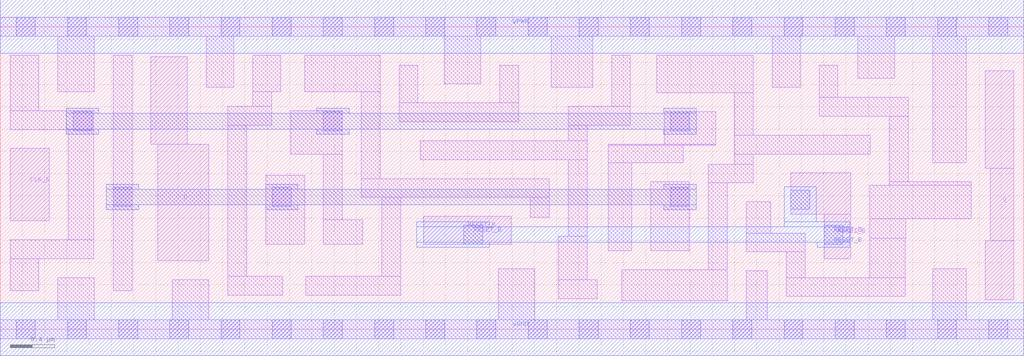
<source format=lef>
# Copyright 2020 The SkyWater PDK Authors
#
# Licensed under the Apache License, Version 2.0 (the "License");
# you may not use this file except in compliance with the License.
# You may obtain a copy of the License at
#
#     https://www.apache.org/licenses/LICENSE-2.0
#
# Unless required by applicable law or agreed to in writing, software
# distributed under the License is distributed on an "AS IS" BASIS,
# WITHOUT WARRANTIES OR CONDITIONS OF ANY KIND, either express or implied.
# See the License for the specific language governing permissions and
# limitations under the License.
#
# SPDX-License-Identifier: Apache-2.0

VERSION 5.7 ;
  NAMESCASESENSITIVE ON ;
  NOWIREEXTENSIONATPIN ON ;
  DIVIDERCHAR "/" ;
  BUSBITCHARS "[]" ;
UNITS
  DATABASE MICRONS 200 ;
END UNITS
MACRO sky130_fd_sc_hd__dfrtn_1
  CLASS CORE ;
  FOREIGN sky130_fd_sc_hd__dfrtn_1 ;
  ORIGIN  0.000000  0.000000 ;
  SIZE  9.200000 BY  2.720000 ;
  SYMMETRY X Y R90 ;
  SITE unithd ;
  PIN D
    ANTENNAGATEAREA  0.126000 ;
    DIRECTION INPUT ;
    USE SIGNAL ;
    PORT
      LAYER li1 ;
        RECT 1.355000 1.665000 1.680000 2.450000 ;
        RECT 1.415000 0.615000 1.875000 1.665000 ;
    END
  END D
  PIN Q
    ANTENNADIFFAREA  0.429000 ;
    DIRECTION OUTPUT ;
    USE SIGNAL ;
    PORT
      LAYER li1 ;
        RECT 8.855000 0.265000 9.110000 0.795000 ;
        RECT 8.855000 1.445000 9.110000 2.325000 ;
        RECT 8.900000 0.795000 9.110000 1.445000 ;
    END
  END Q
  PIN RESET_B
    ANTENNAGATEAREA  0.252000 ;
    DIRECTION INPUT ;
    USE SIGNAL ;
    PORT
      LAYER li1 ;
        RECT 3.805000 0.765000 4.595000 1.015000 ;
      LAYER mcon ;
        RECT 4.165000 0.765000 4.335000 0.935000 ;
    END
    PORT
      LAYER li1 ;
        RECT 7.105000 1.035000 7.645000 1.405000 ;
        RECT 7.405000 0.635000 7.645000 1.035000 ;
      LAYER mcon ;
        RECT 7.105000 1.080000 7.275000 1.250000 ;
        RECT 7.405000 0.765000 7.575000 0.935000 ;
    END
    PORT
      LAYER met1 ;
        RECT 3.745000 0.735000 4.395000 0.780000 ;
        RECT 3.745000 0.780000 7.635000 0.920000 ;
        RECT 3.745000 0.920000 4.395000 0.965000 ;
        RECT 7.045000 0.920000 7.635000 0.965000 ;
        RECT 7.045000 0.965000 7.335000 1.280000 ;
        RECT 7.345000 0.735000 7.635000 0.780000 ;
    END
  END RESET_B
  PIN CLK_N
    ANTENNAGATEAREA  0.159000 ;
    DIRECTION INPUT ;
    USE CLOCK ;
    PORT
      LAYER li1 ;
        RECT 0.090000 0.975000 0.440000 1.625000 ;
    END
  END CLK_N
  PIN VGND
    DIRECTION INOUT ;
    SHAPE ABUTMENT ;
    USE GROUND ;
    PORT
      LAYER met1 ;
        RECT 0.000000 -0.240000 9.200000 0.240000 ;
    END
  END VGND
  PIN VPWR
    DIRECTION INOUT ;
    SHAPE ABUTMENT ;
    USE POWER ;
    PORT
      LAYER met1 ;
        RECT 0.000000 2.480000 9.200000 2.960000 ;
    END
  END VPWR
  OBS
    LAYER li1 ;
      RECT 0.000000 -0.085000 9.200000 0.085000 ;
      RECT 0.000000  2.635000 9.200000 2.805000 ;
      RECT 0.090000  0.345000 0.345000 0.635000 ;
      RECT 0.090000  0.635000 0.840000 0.805000 ;
      RECT 0.090000  1.795000 0.840000 1.965000 ;
      RECT 0.090000  1.965000 0.345000 2.465000 ;
      RECT 0.515000  0.085000 0.845000 0.465000 ;
      RECT 0.515000  2.135000 0.845000 2.635000 ;
      RECT 0.610000  0.805000 0.840000 1.795000 ;
      RECT 1.015000  0.345000 1.185000 2.465000 ;
      RECT 1.545000  0.085000 1.875000 0.445000 ;
      RECT 1.850000  2.175000 2.100000 2.635000 ;
      RECT 2.045000  0.305000 2.540000 0.475000 ;
      RECT 2.045000  0.475000 2.215000 1.835000 ;
      RECT 2.045000  1.835000 2.440000 2.005000 ;
      RECT 2.270000  2.005000 2.440000 2.135000 ;
      RECT 2.270000  2.135000 2.520000 2.465000 ;
      RECT 2.385000  0.765000 2.735000 1.385000 ;
      RECT 2.610000  1.575000 3.075000 1.965000 ;
      RECT 2.735000  2.135000 3.415000 2.465000 ;
      RECT 2.745000  0.305000 3.600000 0.475000 ;
      RECT 2.905000  0.765000 3.260000 0.985000 ;
      RECT 2.905000  0.985000 3.075000 1.575000 ;
      RECT 3.245000  1.185000 4.935000 1.355000 ;
      RECT 3.245000  1.355000 3.415000 2.135000 ;
      RECT 3.430000  0.475000 3.600000 1.185000 ;
      RECT 3.585000  1.865000 4.660000 2.035000 ;
      RECT 3.585000  2.035000 3.755000 2.375000 ;
      RECT 3.775000  1.525000 5.275000 1.695000 ;
      RECT 3.990000  2.205000 4.320000 2.635000 ;
      RECT 4.475000  0.085000 4.805000 0.545000 ;
      RECT 4.490000  2.035000 4.660000 2.375000 ;
      RECT 4.765000  1.005000 4.935000 1.185000 ;
      RECT 4.955000  2.175000 5.325000 2.635000 ;
      RECT 5.015000  0.275000 5.365000 0.445000 ;
      RECT 5.015000  0.445000 5.275000 0.835000 ;
      RECT 5.105000  0.835000 5.275000 1.525000 ;
      RECT 5.105000  1.695000 5.275000 1.835000 ;
      RECT 5.105000  1.835000 5.665000 2.005000 ;
      RECT 5.465000  0.705000 5.675000 1.495000 ;
      RECT 5.465000  1.495000 6.140000 1.655000 ;
      RECT 5.465000  1.655000 6.430000 1.665000 ;
      RECT 5.495000  2.005000 5.665000 2.465000 ;
      RECT 5.585000  0.255000 6.535000 0.535000 ;
      RECT 5.845000  0.705000 6.195000 1.325000 ;
      RECT 5.900000  2.125000 6.770000 2.465000 ;
      RECT 5.970000  1.665000 6.430000 1.955000 ;
      RECT 6.365000  0.535000 6.535000 1.315000 ;
      RECT 6.365000  1.315000 6.770000 1.485000 ;
      RECT 6.600000  1.485000 6.770000 1.575000 ;
      RECT 6.600000  1.575000 7.820000 1.745000 ;
      RECT 6.600000  1.745000 6.770000 2.125000 ;
      RECT 6.705000  0.085000 6.895000 0.525000 ;
      RECT 6.705000  0.695000 7.235000 0.865000 ;
      RECT 6.705000  0.865000 6.925000 1.145000 ;
      RECT 6.940000  2.175000 7.190000 2.635000 ;
      RECT 7.065000  0.295000 8.135000 0.465000 ;
      RECT 7.065000  0.465000 7.235000 0.695000 ;
      RECT 7.360000  1.915000 8.160000 2.085000 ;
      RECT 7.360000  2.085000 7.530000 2.375000 ;
      RECT 7.710000  2.255000 8.040000 2.635000 ;
      RECT 7.815000  0.465000 8.135000 0.820000 ;
      RECT 7.815000  0.820000 8.140000 0.995000 ;
      RECT 7.815000  0.995000 8.730000 1.295000 ;
      RECT 7.990000  1.295000 8.730000 1.325000 ;
      RECT 7.990000  1.325000 8.160000 1.915000 ;
      RECT 8.380000  0.085000 8.685000 0.545000 ;
      RECT 8.380000  1.495000 8.685000 2.635000 ;
    LAYER mcon ;
      RECT 0.145000 -0.085000 0.315000 0.085000 ;
      RECT 0.145000  2.635000 0.315000 2.805000 ;
      RECT 0.605000 -0.085000 0.775000 0.085000 ;
      RECT 0.605000  2.635000 0.775000 2.805000 ;
      RECT 0.655000  1.785000 0.825000 1.955000 ;
      RECT 1.015000  1.105000 1.185000 1.275000 ;
      RECT 1.065000 -0.085000 1.235000 0.085000 ;
      RECT 1.065000  2.635000 1.235000 2.805000 ;
      RECT 1.525000 -0.085000 1.695000 0.085000 ;
      RECT 1.525000  2.635000 1.695000 2.805000 ;
      RECT 1.985000 -0.085000 2.155000 0.085000 ;
      RECT 1.985000  2.635000 2.155000 2.805000 ;
      RECT 2.445000 -0.085000 2.615000 0.085000 ;
      RECT 2.445000  1.105000 2.615000 1.275000 ;
      RECT 2.445000  2.635000 2.615000 2.805000 ;
      RECT 2.905000 -0.085000 3.075000 0.085000 ;
      RECT 2.905000  1.785000 3.075000 1.955000 ;
      RECT 2.905000  2.635000 3.075000 2.805000 ;
      RECT 3.365000 -0.085000 3.535000 0.085000 ;
      RECT 3.365000  2.635000 3.535000 2.805000 ;
      RECT 3.825000 -0.085000 3.995000 0.085000 ;
      RECT 3.825000  2.635000 3.995000 2.805000 ;
      RECT 4.285000 -0.085000 4.455000 0.085000 ;
      RECT 4.285000  2.635000 4.455000 2.805000 ;
      RECT 4.745000 -0.085000 4.915000 0.085000 ;
      RECT 4.745000  2.635000 4.915000 2.805000 ;
      RECT 5.205000 -0.085000 5.375000 0.085000 ;
      RECT 5.205000  2.635000 5.375000 2.805000 ;
      RECT 5.665000 -0.085000 5.835000 0.085000 ;
      RECT 5.665000  2.635000 5.835000 2.805000 ;
      RECT 6.025000  1.105000 6.195000 1.275000 ;
      RECT 6.025000  1.785000 6.195000 1.955000 ;
      RECT 6.125000 -0.085000 6.295000 0.085000 ;
      RECT 6.125000  2.635000 6.295000 2.805000 ;
      RECT 6.585000 -0.085000 6.755000 0.085000 ;
      RECT 6.585000  2.635000 6.755000 2.805000 ;
      RECT 7.045000 -0.085000 7.215000 0.085000 ;
      RECT 7.045000  2.635000 7.215000 2.805000 ;
      RECT 7.505000 -0.085000 7.675000 0.085000 ;
      RECT 7.505000  2.635000 7.675000 2.805000 ;
      RECT 7.965000 -0.085000 8.135000 0.085000 ;
      RECT 7.965000  2.635000 8.135000 2.805000 ;
      RECT 8.425000 -0.085000 8.595000 0.085000 ;
      RECT 8.425000  2.635000 8.595000 2.805000 ;
      RECT 8.885000 -0.085000 9.055000 0.085000 ;
      RECT 8.885000  2.635000 9.055000 2.805000 ;
    LAYER met1 ;
      RECT 0.595000 1.755000 0.885000 1.800000 ;
      RECT 0.595000 1.800000 6.255000 1.940000 ;
      RECT 0.595000 1.940000 0.885000 1.985000 ;
      RECT 0.955000 1.075000 1.245000 1.120000 ;
      RECT 0.955000 1.120000 6.255000 1.260000 ;
      RECT 0.955000 1.260000 1.245000 1.305000 ;
      RECT 2.385000 1.075000 2.675000 1.120000 ;
      RECT 2.385000 1.260000 2.675000 1.305000 ;
      RECT 2.845000 1.755000 3.135000 1.800000 ;
      RECT 2.845000 1.940000 3.135000 1.985000 ;
      RECT 5.965000 1.075000 6.255000 1.120000 ;
      RECT 5.965000 1.260000 6.255000 1.305000 ;
      RECT 5.965000 1.755000 6.255000 1.800000 ;
      RECT 5.965000 1.940000 6.255000 1.985000 ;
  END
END sky130_fd_sc_hd__dfrtn_1
END LIBRARY

</source>
